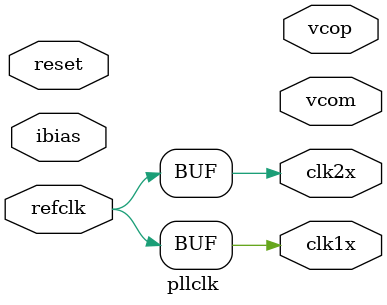
<source format=v>
module pllclk(refclk, reset, ibias, vcop, vcom, clk1x, clk2x);
    input  refclk;
    output vcop;
    output vcom;
    output clk1x;
    output clk2x;
    input reset;
    input ibias;

assign clk1x = refclk;
assign clk2x = refclk;

endmodule


</source>
